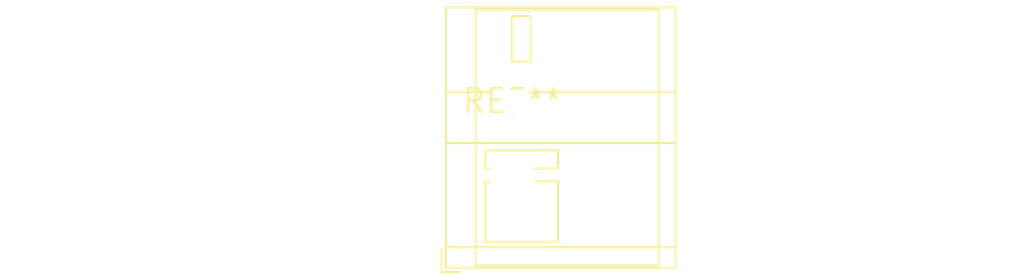
<source format=kicad_pcb>
(kicad_pcb (version 20240108) (generator pcbnew)
  (layers (0 "F.Cu" signal) (31 "B.Cu" signal) (34 "B.Paste" user) (35 "F.Paste" user) (36 "B.SilkS" user "B.Silkscreen") (37 "F.SilkS" user "F.Silkscreen") (38 "B.Mask" user) (39 "F.Mask" user) (44 "Edge.Cuts" user))
  (net 0 "")
  (footprint "TerminalBlock_WAGO_236-601_1x01_P10.00mm_45Degree" (layer "F.Cu") (at 0 0)
    (property "Reference" "REF**")
    (property "Value" "TerminalBlock_WAGO_236-601_1x01_P10.00mm_45Degree")
    (fp_line (start -3.86 8.12) (end -3.86 9.36) (layer "F.SilkS") (stroke (width 0.12)))
    (fp_line (start -3.86 9.36) (end -2.86 9.36) (layer "F.SilkS") (stroke (width 0.12)))
    (fp_line (start -3.62 -5.12) (end -3.62 9.12) (layer "F.SilkS") (stroke (width 0.12)))
    (fp_line (start -3.62 -5.12) (end 8.921 -5.12) (layer "F.SilkS") (stroke (width 0.12)))
    (fp_line (start -3.62 -0.5) (end -1.23 -0.5) (layer "F.SilkS") (stroke (width 0.12)))
    (fp_line (start -3.62 2.3) (end 8.921 2.3) (layer "F.SilkS") (stroke (width 0.12)))
    (fp_line (start -3.62 8) (end 8.921 8) (layer "F.SilkS") (stroke (width 0.12)))
    (fp_line (start -3.62 9.12) (end 8.921 9.12) (layer "F.SilkS") (stroke (width 0.12)))
    (fp_line (start -2 -5) (end -2 9) (layer "F.SilkS") (stroke (width 0.12)))
    (fp_line (start -2 -5) (end 8 -5) (layer "F.SilkS") (stroke (width 0.12)))
    (fp_line (start -2 9) (end 8 9) (layer "F.SilkS") (stroke (width 0.12)))
    (fp_line (start -1.5 2.7) (end -1.5 3.7) (layer "F.SilkS") (stroke (width 0.12)))
    (fp_line (start -1.5 2.7) (end 2.5 2.7) (layer "F.SilkS") (stroke (width 0.12)))
    (fp_line (start -1.5 3.7) (end -1.23 3.7) (layer "F.SilkS") (stroke (width 0.12)))
    (fp_line (start -1.5 4.4) (end -1.5 7.7) (layer "F.SilkS") (stroke (width 0.12)))
    (fp_line (start -1.5 4.4) (end -1.23 4.4) (layer "F.SilkS") (stroke (width 0.12)))
    (fp_line (start -1.5 7.7) (end 2.5 7.7) (layer "F.SilkS") (stroke (width 0.12)))
    (fp_line (start 0 -4.65) (end 0 -2.151) (layer "F.SilkS") (stroke (width 0.12)))
    (fp_line (start 0 -4.65) (end 1 -4.65) (layer "F.SilkS") (stroke (width 0.12)))
    (fp_line (start 0 -2.151) (end 1 -2.151) (layer "F.SilkS") (stroke (width 0.12)))
    (fp_line (start 1 -4.65) (end 1 -2.151) (layer "F.SilkS") (stroke (width 0.12)))
    (fp_line (start 1.23 -0.5) (end 8.921 -0.5) (layer "F.SilkS") (stroke (width 0.12)))
    (fp_line (start 1.23 3.7) (end 2.5 3.7) (layer "F.SilkS") (stroke (width 0.12)))
    (fp_line (start 1.23 4.4) (end 2.5 4.4) (layer "F.SilkS") (stroke (width 0.12)))
    (fp_line (start 2.5 2.7) (end 2.5 3.7) (layer "F.SilkS") (stroke (width 0.12)))
    (fp_line (start 2.5 4.4) (end 2.5 7.7) (layer "F.SilkS") (stroke (width 0.12)))
    (fp_line (start 8 -5) (end 8 9) (layer "F.SilkS") (stroke (width 0.12)))
    (fp_line (start 8.921 -5.12) (end 8.921 9.12) (layer "F.SilkS") (stroke (width 0.12)))
    (pad "1" thru_hole rect (at 0 0) (size 1.5 3) (drill 1.15) (layers *.Cu *.Mask) (remove_unused_layers))
    (pad "1" thru_hole rect (at 0 5) (size 1.5 3) (drill 1.15) (layers *.Cu *.Mask) (remove_unused_layers))
  )
)
</source>
